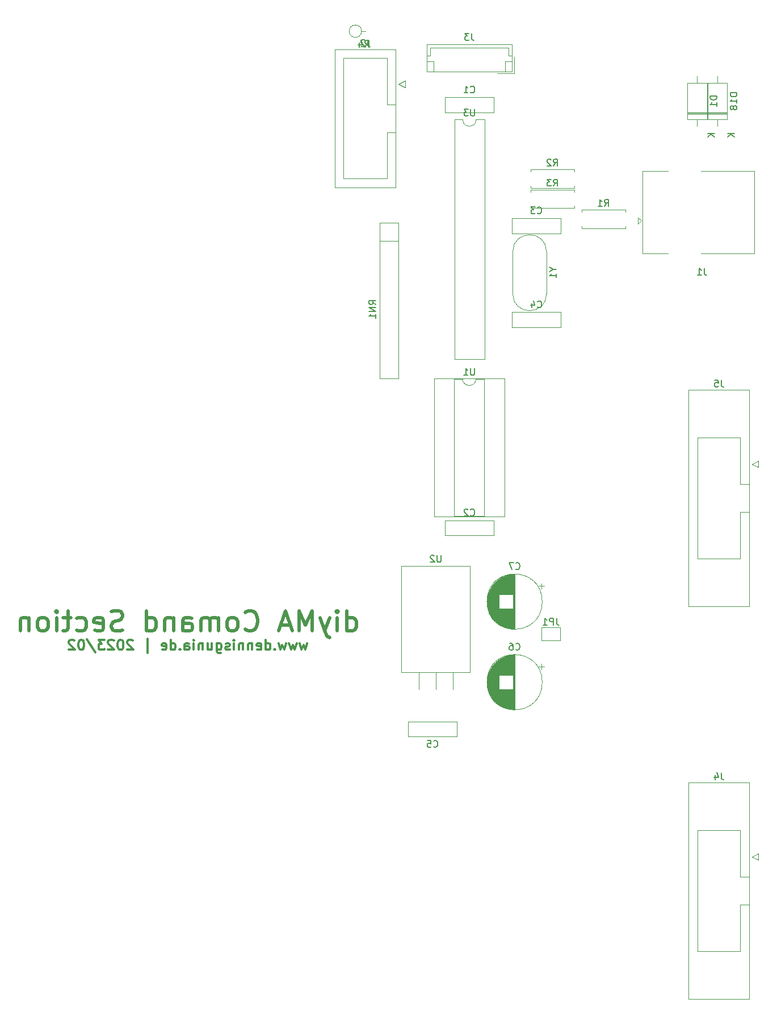
<source format=gbr>
%TF.GenerationSoftware,KiCad,Pcbnew,7.0.5*%
%TF.CreationDate,2023-09-10T17:56:05+02:00*%
%TF.ProjectId,CMD_Board,434d445f-426f-4617-9264-2e6b69636164,rev?*%
%TF.SameCoordinates,Original*%
%TF.FileFunction,Legend,Bot*%
%TF.FilePolarity,Positive*%
%FSLAX46Y46*%
G04 Gerber Fmt 4.6, Leading zero omitted, Abs format (unit mm)*
G04 Created by KiCad (PCBNEW 7.0.5) date 2023-09-10 17:56:05*
%MOMM*%
%LPD*%
G01*
G04 APERTURE LIST*
%ADD10C,0.500000*%
%ADD11C,0.300000*%
%ADD12C,0.150000*%
%ADD13C,0.120000*%
G04 APERTURE END LIST*
D10*
X258714286Y-129361857D02*
X258714286Y-126361857D01*
X258714286Y-129219000D02*
X259000000Y-129361857D01*
X259000000Y-129361857D02*
X259571428Y-129361857D01*
X259571428Y-129361857D02*
X259857143Y-129219000D01*
X259857143Y-129219000D02*
X260000000Y-129076142D01*
X260000000Y-129076142D02*
X260142857Y-128790428D01*
X260142857Y-128790428D02*
X260142857Y-127933285D01*
X260142857Y-127933285D02*
X260000000Y-127647571D01*
X260000000Y-127647571D02*
X259857143Y-127504714D01*
X259857143Y-127504714D02*
X259571428Y-127361857D01*
X259571428Y-127361857D02*
X259000000Y-127361857D01*
X259000000Y-127361857D02*
X258714286Y-127504714D01*
X257285714Y-129361857D02*
X257285714Y-127361857D01*
X257285714Y-126361857D02*
X257428571Y-126504714D01*
X257428571Y-126504714D02*
X257285714Y-126647571D01*
X257285714Y-126647571D02*
X257142857Y-126504714D01*
X257142857Y-126504714D02*
X257285714Y-126361857D01*
X257285714Y-126361857D02*
X257285714Y-126647571D01*
X256142857Y-127361857D02*
X255428571Y-129361857D01*
X254714286Y-127361857D02*
X255428571Y-129361857D01*
X255428571Y-129361857D02*
X255714286Y-130076142D01*
X255714286Y-130076142D02*
X255857143Y-130219000D01*
X255857143Y-130219000D02*
X256142857Y-130361857D01*
X253571429Y-129361857D02*
X253571429Y-126361857D01*
X253571429Y-126361857D02*
X252571429Y-128504714D01*
X252571429Y-128504714D02*
X251571429Y-126361857D01*
X251571429Y-126361857D02*
X251571429Y-129361857D01*
X250285715Y-128504714D02*
X248857144Y-128504714D01*
X250571429Y-129361857D02*
X249571429Y-126361857D01*
X249571429Y-126361857D02*
X248571429Y-129361857D01*
X243571429Y-129076142D02*
X243714286Y-129219000D01*
X243714286Y-129219000D02*
X244142858Y-129361857D01*
X244142858Y-129361857D02*
X244428572Y-129361857D01*
X244428572Y-129361857D02*
X244857143Y-129219000D01*
X244857143Y-129219000D02*
X245142858Y-128933285D01*
X245142858Y-128933285D02*
X245285715Y-128647571D01*
X245285715Y-128647571D02*
X245428572Y-128076142D01*
X245428572Y-128076142D02*
X245428572Y-127647571D01*
X245428572Y-127647571D02*
X245285715Y-127076142D01*
X245285715Y-127076142D02*
X245142858Y-126790428D01*
X245142858Y-126790428D02*
X244857143Y-126504714D01*
X244857143Y-126504714D02*
X244428572Y-126361857D01*
X244428572Y-126361857D02*
X244142858Y-126361857D01*
X244142858Y-126361857D02*
X243714286Y-126504714D01*
X243714286Y-126504714D02*
X243571429Y-126647571D01*
X241857143Y-129361857D02*
X242142858Y-129219000D01*
X242142858Y-129219000D02*
X242285715Y-129076142D01*
X242285715Y-129076142D02*
X242428572Y-128790428D01*
X242428572Y-128790428D02*
X242428572Y-127933285D01*
X242428572Y-127933285D02*
X242285715Y-127647571D01*
X242285715Y-127647571D02*
X242142858Y-127504714D01*
X242142858Y-127504714D02*
X241857143Y-127361857D01*
X241857143Y-127361857D02*
X241428572Y-127361857D01*
X241428572Y-127361857D02*
X241142858Y-127504714D01*
X241142858Y-127504714D02*
X241000001Y-127647571D01*
X241000001Y-127647571D02*
X240857143Y-127933285D01*
X240857143Y-127933285D02*
X240857143Y-128790428D01*
X240857143Y-128790428D02*
X241000001Y-129076142D01*
X241000001Y-129076142D02*
X241142858Y-129219000D01*
X241142858Y-129219000D02*
X241428572Y-129361857D01*
X241428572Y-129361857D02*
X241857143Y-129361857D01*
X239571429Y-129361857D02*
X239571429Y-127361857D01*
X239571429Y-127647571D02*
X239428572Y-127504714D01*
X239428572Y-127504714D02*
X239142857Y-127361857D01*
X239142857Y-127361857D02*
X238714286Y-127361857D01*
X238714286Y-127361857D02*
X238428572Y-127504714D01*
X238428572Y-127504714D02*
X238285715Y-127790428D01*
X238285715Y-127790428D02*
X238285715Y-129361857D01*
X238285715Y-127790428D02*
X238142857Y-127504714D01*
X238142857Y-127504714D02*
X237857143Y-127361857D01*
X237857143Y-127361857D02*
X237428572Y-127361857D01*
X237428572Y-127361857D02*
X237142857Y-127504714D01*
X237142857Y-127504714D02*
X237000000Y-127790428D01*
X237000000Y-127790428D02*
X237000000Y-129361857D01*
X234285715Y-129361857D02*
X234285715Y-127790428D01*
X234285715Y-127790428D02*
X234428572Y-127504714D01*
X234428572Y-127504714D02*
X234714286Y-127361857D01*
X234714286Y-127361857D02*
X235285715Y-127361857D01*
X235285715Y-127361857D02*
X235571429Y-127504714D01*
X234285715Y-129219000D02*
X234571429Y-129361857D01*
X234571429Y-129361857D02*
X235285715Y-129361857D01*
X235285715Y-129361857D02*
X235571429Y-129219000D01*
X235571429Y-129219000D02*
X235714286Y-128933285D01*
X235714286Y-128933285D02*
X235714286Y-128647571D01*
X235714286Y-128647571D02*
X235571429Y-128361857D01*
X235571429Y-128361857D02*
X235285715Y-128219000D01*
X235285715Y-128219000D02*
X234571429Y-128219000D01*
X234571429Y-128219000D02*
X234285715Y-128076142D01*
X232857143Y-127361857D02*
X232857143Y-129361857D01*
X232857143Y-127647571D02*
X232714286Y-127504714D01*
X232714286Y-127504714D02*
X232428571Y-127361857D01*
X232428571Y-127361857D02*
X232000000Y-127361857D01*
X232000000Y-127361857D02*
X231714286Y-127504714D01*
X231714286Y-127504714D02*
X231571429Y-127790428D01*
X231571429Y-127790428D02*
X231571429Y-129361857D01*
X228857143Y-129361857D02*
X228857143Y-126361857D01*
X228857143Y-129219000D02*
X229142857Y-129361857D01*
X229142857Y-129361857D02*
X229714285Y-129361857D01*
X229714285Y-129361857D02*
X230000000Y-129219000D01*
X230000000Y-129219000D02*
X230142857Y-129076142D01*
X230142857Y-129076142D02*
X230285714Y-128790428D01*
X230285714Y-128790428D02*
X230285714Y-127933285D01*
X230285714Y-127933285D02*
X230142857Y-127647571D01*
X230142857Y-127647571D02*
X230000000Y-127504714D01*
X230000000Y-127504714D02*
X229714285Y-127361857D01*
X229714285Y-127361857D02*
X229142857Y-127361857D01*
X229142857Y-127361857D02*
X228857143Y-127504714D01*
X225285714Y-129219000D02*
X224857143Y-129361857D01*
X224857143Y-129361857D02*
X224142857Y-129361857D01*
X224142857Y-129361857D02*
X223857143Y-129219000D01*
X223857143Y-129219000D02*
X223714285Y-129076142D01*
X223714285Y-129076142D02*
X223571428Y-128790428D01*
X223571428Y-128790428D02*
X223571428Y-128504714D01*
X223571428Y-128504714D02*
X223714285Y-128219000D01*
X223714285Y-128219000D02*
X223857143Y-128076142D01*
X223857143Y-128076142D02*
X224142857Y-127933285D01*
X224142857Y-127933285D02*
X224714285Y-127790428D01*
X224714285Y-127790428D02*
X225000000Y-127647571D01*
X225000000Y-127647571D02*
X225142857Y-127504714D01*
X225142857Y-127504714D02*
X225285714Y-127219000D01*
X225285714Y-127219000D02*
X225285714Y-126933285D01*
X225285714Y-126933285D02*
X225142857Y-126647571D01*
X225142857Y-126647571D02*
X225000000Y-126504714D01*
X225000000Y-126504714D02*
X224714285Y-126361857D01*
X224714285Y-126361857D02*
X224000000Y-126361857D01*
X224000000Y-126361857D02*
X223571428Y-126504714D01*
X221142857Y-129219000D02*
X221428571Y-129361857D01*
X221428571Y-129361857D02*
X222000000Y-129361857D01*
X222000000Y-129361857D02*
X222285714Y-129219000D01*
X222285714Y-129219000D02*
X222428571Y-128933285D01*
X222428571Y-128933285D02*
X222428571Y-127790428D01*
X222428571Y-127790428D02*
X222285714Y-127504714D01*
X222285714Y-127504714D02*
X222000000Y-127361857D01*
X222000000Y-127361857D02*
X221428571Y-127361857D01*
X221428571Y-127361857D02*
X221142857Y-127504714D01*
X221142857Y-127504714D02*
X221000000Y-127790428D01*
X221000000Y-127790428D02*
X221000000Y-128076142D01*
X221000000Y-128076142D02*
X222428571Y-128361857D01*
X218428571Y-129219000D02*
X218714285Y-129361857D01*
X218714285Y-129361857D02*
X219285713Y-129361857D01*
X219285713Y-129361857D02*
X219571428Y-129219000D01*
X219571428Y-129219000D02*
X219714285Y-129076142D01*
X219714285Y-129076142D02*
X219857142Y-128790428D01*
X219857142Y-128790428D02*
X219857142Y-127933285D01*
X219857142Y-127933285D02*
X219714285Y-127647571D01*
X219714285Y-127647571D02*
X219571428Y-127504714D01*
X219571428Y-127504714D02*
X219285713Y-127361857D01*
X219285713Y-127361857D02*
X218714285Y-127361857D01*
X218714285Y-127361857D02*
X218428571Y-127504714D01*
X217571427Y-127361857D02*
X216428570Y-127361857D01*
X217142856Y-126361857D02*
X217142856Y-128933285D01*
X217142856Y-128933285D02*
X216999999Y-129219000D01*
X216999999Y-129219000D02*
X216714284Y-129361857D01*
X216714284Y-129361857D02*
X216428570Y-129361857D01*
X215428570Y-129361857D02*
X215428570Y-127361857D01*
X215428570Y-126361857D02*
X215571427Y-126504714D01*
X215571427Y-126504714D02*
X215428570Y-126647571D01*
X215428570Y-126647571D02*
X215285713Y-126504714D01*
X215285713Y-126504714D02*
X215428570Y-126361857D01*
X215428570Y-126361857D02*
X215428570Y-126647571D01*
X213571427Y-129361857D02*
X213857142Y-129219000D01*
X213857142Y-129219000D02*
X213999999Y-129076142D01*
X213999999Y-129076142D02*
X214142856Y-128790428D01*
X214142856Y-128790428D02*
X214142856Y-127933285D01*
X214142856Y-127933285D02*
X213999999Y-127647571D01*
X213999999Y-127647571D02*
X213857142Y-127504714D01*
X213857142Y-127504714D02*
X213571427Y-127361857D01*
X213571427Y-127361857D02*
X213142856Y-127361857D01*
X213142856Y-127361857D02*
X212857142Y-127504714D01*
X212857142Y-127504714D02*
X212714285Y-127647571D01*
X212714285Y-127647571D02*
X212571427Y-127933285D01*
X212571427Y-127933285D02*
X212571427Y-128790428D01*
X212571427Y-128790428D02*
X212714285Y-129076142D01*
X212714285Y-129076142D02*
X212857142Y-129219000D01*
X212857142Y-129219000D02*
X213142856Y-129361857D01*
X213142856Y-129361857D02*
X213571427Y-129361857D01*
X211285713Y-127361857D02*
X211285713Y-129361857D01*
X211285713Y-127647571D02*
X211142856Y-127504714D01*
X211142856Y-127504714D02*
X210857141Y-127361857D01*
X210857141Y-127361857D02*
X210428570Y-127361857D01*
X210428570Y-127361857D02*
X210142856Y-127504714D01*
X210142856Y-127504714D02*
X209999999Y-127790428D01*
X209999999Y-127790428D02*
X209999999Y-129361857D01*
D11*
X252821428Y-131178328D02*
X252535714Y-132178328D01*
X252535714Y-132178328D02*
X252249999Y-131464042D01*
X252249999Y-131464042D02*
X251964285Y-132178328D01*
X251964285Y-132178328D02*
X251678571Y-131178328D01*
X251249999Y-131178328D02*
X250964285Y-132178328D01*
X250964285Y-132178328D02*
X250678570Y-131464042D01*
X250678570Y-131464042D02*
X250392856Y-132178328D01*
X250392856Y-132178328D02*
X250107142Y-131178328D01*
X249678570Y-131178328D02*
X249392856Y-132178328D01*
X249392856Y-132178328D02*
X249107141Y-131464042D01*
X249107141Y-131464042D02*
X248821427Y-132178328D01*
X248821427Y-132178328D02*
X248535713Y-131178328D01*
X247964284Y-132035471D02*
X247892855Y-132106900D01*
X247892855Y-132106900D02*
X247964284Y-132178328D01*
X247964284Y-132178328D02*
X248035712Y-132106900D01*
X248035712Y-132106900D02*
X247964284Y-132035471D01*
X247964284Y-132035471D02*
X247964284Y-132178328D01*
X246607141Y-132178328D02*
X246607141Y-130678328D01*
X246607141Y-132106900D02*
X246749998Y-132178328D01*
X246749998Y-132178328D02*
X247035712Y-132178328D01*
X247035712Y-132178328D02*
X247178569Y-132106900D01*
X247178569Y-132106900D02*
X247249998Y-132035471D01*
X247249998Y-132035471D02*
X247321426Y-131892614D01*
X247321426Y-131892614D02*
X247321426Y-131464042D01*
X247321426Y-131464042D02*
X247249998Y-131321185D01*
X247249998Y-131321185D02*
X247178569Y-131249757D01*
X247178569Y-131249757D02*
X247035712Y-131178328D01*
X247035712Y-131178328D02*
X246749998Y-131178328D01*
X246749998Y-131178328D02*
X246607141Y-131249757D01*
X245321426Y-132106900D02*
X245464283Y-132178328D01*
X245464283Y-132178328D02*
X245749998Y-132178328D01*
X245749998Y-132178328D02*
X245892855Y-132106900D01*
X245892855Y-132106900D02*
X245964283Y-131964042D01*
X245964283Y-131964042D02*
X245964283Y-131392614D01*
X245964283Y-131392614D02*
X245892855Y-131249757D01*
X245892855Y-131249757D02*
X245749998Y-131178328D01*
X245749998Y-131178328D02*
X245464283Y-131178328D01*
X245464283Y-131178328D02*
X245321426Y-131249757D01*
X245321426Y-131249757D02*
X245249998Y-131392614D01*
X245249998Y-131392614D02*
X245249998Y-131535471D01*
X245249998Y-131535471D02*
X245964283Y-131678328D01*
X244607141Y-131178328D02*
X244607141Y-132178328D01*
X244607141Y-131321185D02*
X244535712Y-131249757D01*
X244535712Y-131249757D02*
X244392855Y-131178328D01*
X244392855Y-131178328D02*
X244178569Y-131178328D01*
X244178569Y-131178328D02*
X244035712Y-131249757D01*
X244035712Y-131249757D02*
X243964284Y-131392614D01*
X243964284Y-131392614D02*
X243964284Y-132178328D01*
X243249998Y-131178328D02*
X243249998Y-132178328D01*
X243249998Y-131321185D02*
X243178569Y-131249757D01*
X243178569Y-131249757D02*
X243035712Y-131178328D01*
X243035712Y-131178328D02*
X242821426Y-131178328D01*
X242821426Y-131178328D02*
X242678569Y-131249757D01*
X242678569Y-131249757D02*
X242607141Y-131392614D01*
X242607141Y-131392614D02*
X242607141Y-132178328D01*
X241892855Y-132178328D02*
X241892855Y-131178328D01*
X241892855Y-130678328D02*
X241964283Y-130749757D01*
X241964283Y-130749757D02*
X241892855Y-130821185D01*
X241892855Y-130821185D02*
X241821426Y-130749757D01*
X241821426Y-130749757D02*
X241892855Y-130678328D01*
X241892855Y-130678328D02*
X241892855Y-130821185D01*
X241249997Y-132106900D02*
X241107140Y-132178328D01*
X241107140Y-132178328D02*
X240821426Y-132178328D01*
X240821426Y-132178328D02*
X240678569Y-132106900D01*
X240678569Y-132106900D02*
X240607140Y-131964042D01*
X240607140Y-131964042D02*
X240607140Y-131892614D01*
X240607140Y-131892614D02*
X240678569Y-131749757D01*
X240678569Y-131749757D02*
X240821426Y-131678328D01*
X240821426Y-131678328D02*
X241035712Y-131678328D01*
X241035712Y-131678328D02*
X241178569Y-131606900D01*
X241178569Y-131606900D02*
X241249997Y-131464042D01*
X241249997Y-131464042D02*
X241249997Y-131392614D01*
X241249997Y-131392614D02*
X241178569Y-131249757D01*
X241178569Y-131249757D02*
X241035712Y-131178328D01*
X241035712Y-131178328D02*
X240821426Y-131178328D01*
X240821426Y-131178328D02*
X240678569Y-131249757D01*
X239321426Y-131178328D02*
X239321426Y-132392614D01*
X239321426Y-132392614D02*
X239392854Y-132535471D01*
X239392854Y-132535471D02*
X239464283Y-132606900D01*
X239464283Y-132606900D02*
X239607140Y-132678328D01*
X239607140Y-132678328D02*
X239821426Y-132678328D01*
X239821426Y-132678328D02*
X239964283Y-132606900D01*
X239321426Y-132106900D02*
X239464283Y-132178328D01*
X239464283Y-132178328D02*
X239749997Y-132178328D01*
X239749997Y-132178328D02*
X239892854Y-132106900D01*
X239892854Y-132106900D02*
X239964283Y-132035471D01*
X239964283Y-132035471D02*
X240035711Y-131892614D01*
X240035711Y-131892614D02*
X240035711Y-131464042D01*
X240035711Y-131464042D02*
X239964283Y-131321185D01*
X239964283Y-131321185D02*
X239892854Y-131249757D01*
X239892854Y-131249757D02*
X239749997Y-131178328D01*
X239749997Y-131178328D02*
X239464283Y-131178328D01*
X239464283Y-131178328D02*
X239321426Y-131249757D01*
X237964283Y-131178328D02*
X237964283Y-132178328D01*
X238607140Y-131178328D02*
X238607140Y-131964042D01*
X238607140Y-131964042D02*
X238535711Y-132106900D01*
X238535711Y-132106900D02*
X238392854Y-132178328D01*
X238392854Y-132178328D02*
X238178568Y-132178328D01*
X238178568Y-132178328D02*
X238035711Y-132106900D01*
X238035711Y-132106900D02*
X237964283Y-132035471D01*
X237249997Y-131178328D02*
X237249997Y-132178328D01*
X237249997Y-131321185D02*
X237178568Y-131249757D01*
X237178568Y-131249757D02*
X237035711Y-131178328D01*
X237035711Y-131178328D02*
X236821425Y-131178328D01*
X236821425Y-131178328D02*
X236678568Y-131249757D01*
X236678568Y-131249757D02*
X236607140Y-131392614D01*
X236607140Y-131392614D02*
X236607140Y-132178328D01*
X235892854Y-132178328D02*
X235892854Y-131178328D01*
X235892854Y-130678328D02*
X235964282Y-130749757D01*
X235964282Y-130749757D02*
X235892854Y-130821185D01*
X235892854Y-130821185D02*
X235821425Y-130749757D01*
X235821425Y-130749757D02*
X235892854Y-130678328D01*
X235892854Y-130678328D02*
X235892854Y-130821185D01*
X234535711Y-132178328D02*
X234535711Y-131392614D01*
X234535711Y-131392614D02*
X234607139Y-131249757D01*
X234607139Y-131249757D02*
X234749996Y-131178328D01*
X234749996Y-131178328D02*
X235035711Y-131178328D01*
X235035711Y-131178328D02*
X235178568Y-131249757D01*
X234535711Y-132106900D02*
X234678568Y-132178328D01*
X234678568Y-132178328D02*
X235035711Y-132178328D01*
X235035711Y-132178328D02*
X235178568Y-132106900D01*
X235178568Y-132106900D02*
X235249996Y-131964042D01*
X235249996Y-131964042D02*
X235249996Y-131821185D01*
X235249996Y-131821185D02*
X235178568Y-131678328D01*
X235178568Y-131678328D02*
X235035711Y-131606900D01*
X235035711Y-131606900D02*
X234678568Y-131606900D01*
X234678568Y-131606900D02*
X234535711Y-131535471D01*
X233821425Y-132035471D02*
X233749996Y-132106900D01*
X233749996Y-132106900D02*
X233821425Y-132178328D01*
X233821425Y-132178328D02*
X233892853Y-132106900D01*
X233892853Y-132106900D02*
X233821425Y-132035471D01*
X233821425Y-132035471D02*
X233821425Y-132178328D01*
X232464282Y-132178328D02*
X232464282Y-130678328D01*
X232464282Y-132106900D02*
X232607139Y-132178328D01*
X232607139Y-132178328D02*
X232892853Y-132178328D01*
X232892853Y-132178328D02*
X233035710Y-132106900D01*
X233035710Y-132106900D02*
X233107139Y-132035471D01*
X233107139Y-132035471D02*
X233178567Y-131892614D01*
X233178567Y-131892614D02*
X233178567Y-131464042D01*
X233178567Y-131464042D02*
X233107139Y-131321185D01*
X233107139Y-131321185D02*
X233035710Y-131249757D01*
X233035710Y-131249757D02*
X232892853Y-131178328D01*
X232892853Y-131178328D02*
X232607139Y-131178328D01*
X232607139Y-131178328D02*
X232464282Y-131249757D01*
X231178567Y-132106900D02*
X231321424Y-132178328D01*
X231321424Y-132178328D02*
X231607139Y-132178328D01*
X231607139Y-132178328D02*
X231749996Y-132106900D01*
X231749996Y-132106900D02*
X231821424Y-131964042D01*
X231821424Y-131964042D02*
X231821424Y-131392614D01*
X231821424Y-131392614D02*
X231749996Y-131249757D01*
X231749996Y-131249757D02*
X231607139Y-131178328D01*
X231607139Y-131178328D02*
X231321424Y-131178328D01*
X231321424Y-131178328D02*
X231178567Y-131249757D01*
X231178567Y-131249757D02*
X231107139Y-131392614D01*
X231107139Y-131392614D02*
X231107139Y-131535471D01*
X231107139Y-131535471D02*
X231821424Y-131678328D01*
X228964282Y-132678328D02*
X228964282Y-130535471D01*
X226821425Y-130821185D02*
X226749997Y-130749757D01*
X226749997Y-130749757D02*
X226607140Y-130678328D01*
X226607140Y-130678328D02*
X226249997Y-130678328D01*
X226249997Y-130678328D02*
X226107140Y-130749757D01*
X226107140Y-130749757D02*
X226035711Y-130821185D01*
X226035711Y-130821185D02*
X225964282Y-130964042D01*
X225964282Y-130964042D02*
X225964282Y-131106900D01*
X225964282Y-131106900D02*
X226035711Y-131321185D01*
X226035711Y-131321185D02*
X226892854Y-132178328D01*
X226892854Y-132178328D02*
X225964282Y-132178328D01*
X225035711Y-130678328D02*
X224892854Y-130678328D01*
X224892854Y-130678328D02*
X224749997Y-130749757D01*
X224749997Y-130749757D02*
X224678569Y-130821185D01*
X224678569Y-130821185D02*
X224607140Y-130964042D01*
X224607140Y-130964042D02*
X224535711Y-131249757D01*
X224535711Y-131249757D02*
X224535711Y-131606900D01*
X224535711Y-131606900D02*
X224607140Y-131892614D01*
X224607140Y-131892614D02*
X224678569Y-132035471D01*
X224678569Y-132035471D02*
X224749997Y-132106900D01*
X224749997Y-132106900D02*
X224892854Y-132178328D01*
X224892854Y-132178328D02*
X225035711Y-132178328D01*
X225035711Y-132178328D02*
X225178569Y-132106900D01*
X225178569Y-132106900D02*
X225249997Y-132035471D01*
X225249997Y-132035471D02*
X225321426Y-131892614D01*
X225321426Y-131892614D02*
X225392854Y-131606900D01*
X225392854Y-131606900D02*
X225392854Y-131249757D01*
X225392854Y-131249757D02*
X225321426Y-130964042D01*
X225321426Y-130964042D02*
X225249997Y-130821185D01*
X225249997Y-130821185D02*
X225178569Y-130749757D01*
X225178569Y-130749757D02*
X225035711Y-130678328D01*
X223964283Y-130821185D02*
X223892855Y-130749757D01*
X223892855Y-130749757D02*
X223749998Y-130678328D01*
X223749998Y-130678328D02*
X223392855Y-130678328D01*
X223392855Y-130678328D02*
X223249998Y-130749757D01*
X223249998Y-130749757D02*
X223178569Y-130821185D01*
X223178569Y-130821185D02*
X223107140Y-130964042D01*
X223107140Y-130964042D02*
X223107140Y-131106900D01*
X223107140Y-131106900D02*
X223178569Y-131321185D01*
X223178569Y-131321185D02*
X224035712Y-132178328D01*
X224035712Y-132178328D02*
X223107140Y-132178328D01*
X222607141Y-130678328D02*
X221678569Y-130678328D01*
X221678569Y-130678328D02*
X222178569Y-131249757D01*
X222178569Y-131249757D02*
X221964284Y-131249757D01*
X221964284Y-131249757D02*
X221821427Y-131321185D01*
X221821427Y-131321185D02*
X221749998Y-131392614D01*
X221749998Y-131392614D02*
X221678569Y-131535471D01*
X221678569Y-131535471D02*
X221678569Y-131892614D01*
X221678569Y-131892614D02*
X221749998Y-132035471D01*
X221749998Y-132035471D02*
X221821427Y-132106900D01*
X221821427Y-132106900D02*
X221964284Y-132178328D01*
X221964284Y-132178328D02*
X222392855Y-132178328D01*
X222392855Y-132178328D02*
X222535712Y-132106900D01*
X222535712Y-132106900D02*
X222607141Y-132035471D01*
X219964284Y-130606900D02*
X221249998Y-132535471D01*
X219178569Y-130678328D02*
X219035712Y-130678328D01*
X219035712Y-130678328D02*
X218892855Y-130749757D01*
X218892855Y-130749757D02*
X218821427Y-130821185D01*
X218821427Y-130821185D02*
X218749998Y-130964042D01*
X218749998Y-130964042D02*
X218678569Y-131249757D01*
X218678569Y-131249757D02*
X218678569Y-131606900D01*
X218678569Y-131606900D02*
X218749998Y-131892614D01*
X218749998Y-131892614D02*
X218821427Y-132035471D01*
X218821427Y-132035471D02*
X218892855Y-132106900D01*
X218892855Y-132106900D02*
X219035712Y-132178328D01*
X219035712Y-132178328D02*
X219178569Y-132178328D01*
X219178569Y-132178328D02*
X219321427Y-132106900D01*
X219321427Y-132106900D02*
X219392855Y-132035471D01*
X219392855Y-132035471D02*
X219464284Y-131892614D01*
X219464284Y-131892614D02*
X219535712Y-131606900D01*
X219535712Y-131606900D02*
X219535712Y-131249757D01*
X219535712Y-131249757D02*
X219464284Y-130964042D01*
X219464284Y-130964042D02*
X219392855Y-130821185D01*
X219392855Y-130821185D02*
X219321427Y-130749757D01*
X219321427Y-130749757D02*
X219178569Y-130678328D01*
X218107141Y-130821185D02*
X218035713Y-130749757D01*
X218035713Y-130749757D02*
X217892856Y-130678328D01*
X217892856Y-130678328D02*
X217535713Y-130678328D01*
X217535713Y-130678328D02*
X217392856Y-130749757D01*
X217392856Y-130749757D02*
X217321427Y-130821185D01*
X217321427Y-130821185D02*
X217249998Y-130964042D01*
X217249998Y-130964042D02*
X217249998Y-131106900D01*
X217249998Y-131106900D02*
X217321427Y-131321185D01*
X217321427Y-131321185D02*
X218178570Y-132178328D01*
X218178570Y-132178328D02*
X217249998Y-132178328D01*
D12*
%TO.C,JP1*%
X290023333Y-127462819D02*
X290023333Y-128177104D01*
X290023333Y-128177104D02*
X290070952Y-128319961D01*
X290070952Y-128319961D02*
X290166190Y-128415200D01*
X290166190Y-128415200D02*
X290309047Y-128462819D01*
X290309047Y-128462819D02*
X290404285Y-128462819D01*
X289547142Y-128462819D02*
X289547142Y-127462819D01*
X289547142Y-127462819D02*
X289166190Y-127462819D01*
X289166190Y-127462819D02*
X289070952Y-127510438D01*
X289070952Y-127510438D02*
X289023333Y-127558057D01*
X289023333Y-127558057D02*
X288975714Y-127653295D01*
X288975714Y-127653295D02*
X288975714Y-127796152D01*
X288975714Y-127796152D02*
X289023333Y-127891390D01*
X289023333Y-127891390D02*
X289070952Y-127939009D01*
X289070952Y-127939009D02*
X289166190Y-127986628D01*
X289166190Y-127986628D02*
X289547142Y-127986628D01*
X288023333Y-128462819D02*
X288594761Y-128462819D01*
X288309047Y-128462819D02*
X288309047Y-127462819D01*
X288309047Y-127462819D02*
X288404285Y-127605676D01*
X288404285Y-127605676D02*
X288499523Y-127700914D01*
X288499523Y-127700914D02*
X288594761Y-127748533D01*
%TO.C,J4*%
X314563333Y-150484819D02*
X314563333Y-151199104D01*
X314563333Y-151199104D02*
X314610952Y-151341961D01*
X314610952Y-151341961D02*
X314706190Y-151437200D01*
X314706190Y-151437200D02*
X314849047Y-151484819D01*
X314849047Y-151484819D02*
X314944285Y-151484819D01*
X313658571Y-150818152D02*
X313658571Y-151484819D01*
X313896666Y-150437200D02*
X314134761Y-151151485D01*
X314134761Y-151151485D02*
X313515714Y-151151485D01*
%TO.C,J5*%
X314563333Y-91984819D02*
X314563333Y-92699104D01*
X314563333Y-92699104D02*
X314610952Y-92841961D01*
X314610952Y-92841961D02*
X314706190Y-92937200D01*
X314706190Y-92937200D02*
X314849047Y-92984819D01*
X314849047Y-92984819D02*
X314944285Y-92984819D01*
X313610952Y-91984819D02*
X314087142Y-91984819D01*
X314087142Y-91984819D02*
X314134761Y-92461009D01*
X314134761Y-92461009D02*
X314087142Y-92413390D01*
X314087142Y-92413390D02*
X313991904Y-92365771D01*
X313991904Y-92365771D02*
X313753809Y-92365771D01*
X313753809Y-92365771D02*
X313658571Y-92413390D01*
X313658571Y-92413390D02*
X313610952Y-92461009D01*
X313610952Y-92461009D02*
X313563333Y-92556247D01*
X313563333Y-92556247D02*
X313563333Y-92794342D01*
X313563333Y-92794342D02*
X313610952Y-92889580D01*
X313610952Y-92889580D02*
X313658571Y-92937200D01*
X313658571Y-92937200D02*
X313753809Y-92984819D01*
X313753809Y-92984819D02*
X313991904Y-92984819D01*
X313991904Y-92984819D02*
X314087142Y-92937200D01*
X314087142Y-92937200D02*
X314134761Y-92889580D01*
%TO.C,D18*%
X316924819Y-49205714D02*
X315924819Y-49205714D01*
X315924819Y-49205714D02*
X315924819Y-49443809D01*
X315924819Y-49443809D02*
X315972438Y-49586666D01*
X315972438Y-49586666D02*
X316067676Y-49681904D01*
X316067676Y-49681904D02*
X316162914Y-49729523D01*
X316162914Y-49729523D02*
X316353390Y-49777142D01*
X316353390Y-49777142D02*
X316496247Y-49777142D01*
X316496247Y-49777142D02*
X316686723Y-49729523D01*
X316686723Y-49729523D02*
X316781961Y-49681904D01*
X316781961Y-49681904D02*
X316877200Y-49586666D01*
X316877200Y-49586666D02*
X316924819Y-49443809D01*
X316924819Y-49443809D02*
X316924819Y-49205714D01*
X316924819Y-50729523D02*
X316924819Y-50158095D01*
X316924819Y-50443809D02*
X315924819Y-50443809D01*
X315924819Y-50443809D02*
X316067676Y-50348571D01*
X316067676Y-50348571D02*
X316162914Y-50253333D01*
X316162914Y-50253333D02*
X316210533Y-50158095D01*
X316353390Y-51300952D02*
X316305771Y-51205714D01*
X316305771Y-51205714D02*
X316258152Y-51158095D01*
X316258152Y-51158095D02*
X316162914Y-51110476D01*
X316162914Y-51110476D02*
X316115295Y-51110476D01*
X316115295Y-51110476D02*
X316020057Y-51158095D01*
X316020057Y-51158095D02*
X315972438Y-51205714D01*
X315972438Y-51205714D02*
X315924819Y-51300952D01*
X315924819Y-51300952D02*
X315924819Y-51491428D01*
X315924819Y-51491428D02*
X315972438Y-51586666D01*
X315972438Y-51586666D02*
X316020057Y-51634285D01*
X316020057Y-51634285D02*
X316115295Y-51681904D01*
X316115295Y-51681904D02*
X316162914Y-51681904D01*
X316162914Y-51681904D02*
X316258152Y-51634285D01*
X316258152Y-51634285D02*
X316305771Y-51586666D01*
X316305771Y-51586666D02*
X316353390Y-51491428D01*
X316353390Y-51491428D02*
X316353390Y-51300952D01*
X316353390Y-51300952D02*
X316401009Y-51205714D01*
X316401009Y-51205714D02*
X316448628Y-51158095D01*
X316448628Y-51158095D02*
X316543866Y-51110476D01*
X316543866Y-51110476D02*
X316734342Y-51110476D01*
X316734342Y-51110476D02*
X316829580Y-51158095D01*
X316829580Y-51158095D02*
X316877200Y-51205714D01*
X316877200Y-51205714D02*
X316924819Y-51300952D01*
X316924819Y-51300952D02*
X316924819Y-51491428D01*
X316924819Y-51491428D02*
X316877200Y-51586666D01*
X316877200Y-51586666D02*
X316829580Y-51634285D01*
X316829580Y-51634285D02*
X316734342Y-51681904D01*
X316734342Y-51681904D02*
X316543866Y-51681904D01*
X316543866Y-51681904D02*
X316448628Y-51634285D01*
X316448628Y-51634285D02*
X316401009Y-51586666D01*
X316401009Y-51586666D02*
X316353390Y-51491428D01*
X316554819Y-55238095D02*
X315554819Y-55238095D01*
X316554819Y-55809523D02*
X315983390Y-55380952D01*
X315554819Y-55809523D02*
X316126247Y-55238095D01*
%TO.C,J1*%
X312045833Y-75354819D02*
X312045833Y-76069104D01*
X312045833Y-76069104D02*
X312093452Y-76211961D01*
X312093452Y-76211961D02*
X312188690Y-76307200D01*
X312188690Y-76307200D02*
X312331547Y-76354819D01*
X312331547Y-76354819D02*
X312426785Y-76354819D01*
X311045833Y-76354819D02*
X311617261Y-76354819D01*
X311331547Y-76354819D02*
X311331547Y-75354819D01*
X311331547Y-75354819D02*
X311426785Y-75497676D01*
X311426785Y-75497676D02*
X311522023Y-75592914D01*
X311522023Y-75592914D02*
X311617261Y-75640533D01*
%TO.C,R4*%
X261436666Y-42374819D02*
X261769999Y-41898628D01*
X262008094Y-42374819D02*
X262008094Y-41374819D01*
X262008094Y-41374819D02*
X261627142Y-41374819D01*
X261627142Y-41374819D02*
X261531904Y-41422438D01*
X261531904Y-41422438D02*
X261484285Y-41470057D01*
X261484285Y-41470057D02*
X261436666Y-41565295D01*
X261436666Y-41565295D02*
X261436666Y-41708152D01*
X261436666Y-41708152D02*
X261484285Y-41803390D01*
X261484285Y-41803390D02*
X261531904Y-41851009D01*
X261531904Y-41851009D02*
X261627142Y-41898628D01*
X261627142Y-41898628D02*
X262008094Y-41898628D01*
X260579523Y-41708152D02*
X260579523Y-42374819D01*
X260817618Y-41327200D02*
X261055713Y-42041485D01*
X261055713Y-42041485D02*
X260436666Y-42041485D01*
%TO.C,C1*%
X277166666Y-49109580D02*
X277214285Y-49157200D01*
X277214285Y-49157200D02*
X277357142Y-49204819D01*
X277357142Y-49204819D02*
X277452380Y-49204819D01*
X277452380Y-49204819D02*
X277595237Y-49157200D01*
X277595237Y-49157200D02*
X277690475Y-49061961D01*
X277690475Y-49061961D02*
X277738094Y-48966723D01*
X277738094Y-48966723D02*
X277785713Y-48776247D01*
X277785713Y-48776247D02*
X277785713Y-48633390D01*
X277785713Y-48633390D02*
X277738094Y-48442914D01*
X277738094Y-48442914D02*
X277690475Y-48347676D01*
X277690475Y-48347676D02*
X277595237Y-48252438D01*
X277595237Y-48252438D02*
X277452380Y-48204819D01*
X277452380Y-48204819D02*
X277357142Y-48204819D01*
X277357142Y-48204819D02*
X277214285Y-48252438D01*
X277214285Y-48252438D02*
X277166666Y-48300057D01*
X276214285Y-49204819D02*
X276785713Y-49204819D01*
X276499999Y-49204819D02*
X276499999Y-48204819D01*
X276499999Y-48204819D02*
X276595237Y-48347676D01*
X276595237Y-48347676D02*
X276690475Y-48442914D01*
X276690475Y-48442914D02*
X276785713Y-48490533D01*
%TO.C,J2*%
X261815833Y-41274819D02*
X261815833Y-41989104D01*
X261815833Y-41989104D02*
X261863452Y-42131961D01*
X261863452Y-42131961D02*
X261958690Y-42227200D01*
X261958690Y-42227200D02*
X262101547Y-42274819D01*
X262101547Y-42274819D02*
X262196785Y-42274819D01*
X261387261Y-41370057D02*
X261339642Y-41322438D01*
X261339642Y-41322438D02*
X261244404Y-41274819D01*
X261244404Y-41274819D02*
X261006309Y-41274819D01*
X261006309Y-41274819D02*
X260911071Y-41322438D01*
X260911071Y-41322438D02*
X260863452Y-41370057D01*
X260863452Y-41370057D02*
X260815833Y-41465295D01*
X260815833Y-41465295D02*
X260815833Y-41560533D01*
X260815833Y-41560533D02*
X260863452Y-41703390D01*
X260863452Y-41703390D02*
X261434880Y-42274819D01*
X261434880Y-42274819D02*
X260815833Y-42274819D01*
%TO.C,R3*%
X289546666Y-63084819D02*
X289879999Y-62608628D01*
X290118094Y-63084819D02*
X290118094Y-62084819D01*
X290118094Y-62084819D02*
X289737142Y-62084819D01*
X289737142Y-62084819D02*
X289641904Y-62132438D01*
X289641904Y-62132438D02*
X289594285Y-62180057D01*
X289594285Y-62180057D02*
X289546666Y-62275295D01*
X289546666Y-62275295D02*
X289546666Y-62418152D01*
X289546666Y-62418152D02*
X289594285Y-62513390D01*
X289594285Y-62513390D02*
X289641904Y-62561009D01*
X289641904Y-62561009D02*
X289737142Y-62608628D01*
X289737142Y-62608628D02*
X290118094Y-62608628D01*
X289213332Y-62084819D02*
X288594285Y-62084819D01*
X288594285Y-62084819D02*
X288927618Y-62465771D01*
X288927618Y-62465771D02*
X288784761Y-62465771D01*
X288784761Y-62465771D02*
X288689523Y-62513390D01*
X288689523Y-62513390D02*
X288641904Y-62561009D01*
X288641904Y-62561009D02*
X288594285Y-62656247D01*
X288594285Y-62656247D02*
X288594285Y-62894342D01*
X288594285Y-62894342D02*
X288641904Y-62989580D01*
X288641904Y-62989580D02*
X288689523Y-63037200D01*
X288689523Y-63037200D02*
X288784761Y-63084819D01*
X288784761Y-63084819D02*
X289070475Y-63084819D01*
X289070475Y-63084819D02*
X289165713Y-63037200D01*
X289165713Y-63037200D02*
X289213332Y-62989580D01*
%TO.C,C6*%
X283916666Y-132109580D02*
X283964285Y-132157200D01*
X283964285Y-132157200D02*
X284107142Y-132204819D01*
X284107142Y-132204819D02*
X284202380Y-132204819D01*
X284202380Y-132204819D02*
X284345237Y-132157200D01*
X284345237Y-132157200D02*
X284440475Y-132061961D01*
X284440475Y-132061961D02*
X284488094Y-131966723D01*
X284488094Y-131966723D02*
X284535713Y-131776247D01*
X284535713Y-131776247D02*
X284535713Y-131633390D01*
X284535713Y-131633390D02*
X284488094Y-131442914D01*
X284488094Y-131442914D02*
X284440475Y-131347676D01*
X284440475Y-131347676D02*
X284345237Y-131252438D01*
X284345237Y-131252438D02*
X284202380Y-131204819D01*
X284202380Y-131204819D02*
X284107142Y-131204819D01*
X284107142Y-131204819D02*
X283964285Y-131252438D01*
X283964285Y-131252438D02*
X283916666Y-131300057D01*
X283059523Y-131204819D02*
X283249999Y-131204819D01*
X283249999Y-131204819D02*
X283345237Y-131252438D01*
X283345237Y-131252438D02*
X283392856Y-131300057D01*
X283392856Y-131300057D02*
X283488094Y-131442914D01*
X283488094Y-131442914D02*
X283535713Y-131633390D01*
X283535713Y-131633390D02*
X283535713Y-132014342D01*
X283535713Y-132014342D02*
X283488094Y-132109580D01*
X283488094Y-132109580D02*
X283440475Y-132157200D01*
X283440475Y-132157200D02*
X283345237Y-132204819D01*
X283345237Y-132204819D02*
X283154761Y-132204819D01*
X283154761Y-132204819D02*
X283059523Y-132157200D01*
X283059523Y-132157200D02*
X283011904Y-132109580D01*
X283011904Y-132109580D02*
X282964285Y-132014342D01*
X282964285Y-132014342D02*
X282964285Y-131776247D01*
X282964285Y-131776247D02*
X283011904Y-131681009D01*
X283011904Y-131681009D02*
X283059523Y-131633390D01*
X283059523Y-131633390D02*
X283154761Y-131585771D01*
X283154761Y-131585771D02*
X283345237Y-131585771D01*
X283345237Y-131585771D02*
X283440475Y-131633390D01*
X283440475Y-131633390D02*
X283488094Y-131681009D01*
X283488094Y-131681009D02*
X283535713Y-131776247D01*
%TO.C,Y1*%
X289503628Y-75523809D02*
X289979819Y-75523809D01*
X288979819Y-75190476D02*
X289503628Y-75523809D01*
X289503628Y-75523809D02*
X288979819Y-75857142D01*
X289979819Y-76714285D02*
X289979819Y-76142857D01*
X289979819Y-76428571D02*
X288979819Y-76428571D01*
X288979819Y-76428571D02*
X289122676Y-76333333D01*
X289122676Y-76333333D02*
X289217914Y-76238095D01*
X289217914Y-76238095D02*
X289265533Y-76142857D01*
%TO.C,R1*%
X297166666Y-66084819D02*
X297499999Y-65608628D01*
X297738094Y-66084819D02*
X297738094Y-65084819D01*
X297738094Y-65084819D02*
X297357142Y-65084819D01*
X297357142Y-65084819D02*
X297261904Y-65132438D01*
X297261904Y-65132438D02*
X297214285Y-65180057D01*
X297214285Y-65180057D02*
X297166666Y-65275295D01*
X297166666Y-65275295D02*
X297166666Y-65418152D01*
X297166666Y-65418152D02*
X297214285Y-65513390D01*
X297214285Y-65513390D02*
X297261904Y-65561009D01*
X297261904Y-65561009D02*
X297357142Y-65608628D01*
X297357142Y-65608628D02*
X297738094Y-65608628D01*
X296214285Y-66084819D02*
X296785713Y-66084819D01*
X296499999Y-66084819D02*
X296499999Y-65084819D01*
X296499999Y-65084819D02*
X296595237Y-65227676D01*
X296595237Y-65227676D02*
X296690475Y-65322914D01*
X296690475Y-65322914D02*
X296785713Y-65370533D01*
%TO.C,D1*%
X313924819Y-49681905D02*
X312924819Y-49681905D01*
X312924819Y-49681905D02*
X312924819Y-49920000D01*
X312924819Y-49920000D02*
X312972438Y-50062857D01*
X312972438Y-50062857D02*
X313067676Y-50158095D01*
X313067676Y-50158095D02*
X313162914Y-50205714D01*
X313162914Y-50205714D02*
X313353390Y-50253333D01*
X313353390Y-50253333D02*
X313496247Y-50253333D01*
X313496247Y-50253333D02*
X313686723Y-50205714D01*
X313686723Y-50205714D02*
X313781961Y-50158095D01*
X313781961Y-50158095D02*
X313877200Y-50062857D01*
X313877200Y-50062857D02*
X313924819Y-49920000D01*
X313924819Y-49920000D02*
X313924819Y-49681905D01*
X313924819Y-51205714D02*
X313924819Y-50634286D01*
X313924819Y-50920000D02*
X312924819Y-50920000D01*
X312924819Y-50920000D02*
X313067676Y-50824762D01*
X313067676Y-50824762D02*
X313162914Y-50729524D01*
X313162914Y-50729524D02*
X313210533Y-50634286D01*
X313554819Y-55238095D02*
X312554819Y-55238095D01*
X313554819Y-55809523D02*
X312983390Y-55380952D01*
X312554819Y-55809523D02*
X313126247Y-55238095D01*
%TO.C,C3*%
X287166666Y-67109580D02*
X287214285Y-67157200D01*
X287214285Y-67157200D02*
X287357142Y-67204819D01*
X287357142Y-67204819D02*
X287452380Y-67204819D01*
X287452380Y-67204819D02*
X287595237Y-67157200D01*
X287595237Y-67157200D02*
X287690475Y-67061961D01*
X287690475Y-67061961D02*
X287738094Y-66966723D01*
X287738094Y-66966723D02*
X287785713Y-66776247D01*
X287785713Y-66776247D02*
X287785713Y-66633390D01*
X287785713Y-66633390D02*
X287738094Y-66442914D01*
X287738094Y-66442914D02*
X287690475Y-66347676D01*
X287690475Y-66347676D02*
X287595237Y-66252438D01*
X287595237Y-66252438D02*
X287452380Y-66204819D01*
X287452380Y-66204819D02*
X287357142Y-66204819D01*
X287357142Y-66204819D02*
X287214285Y-66252438D01*
X287214285Y-66252438D02*
X287166666Y-66300057D01*
X286833332Y-66204819D02*
X286214285Y-66204819D01*
X286214285Y-66204819D02*
X286547618Y-66585771D01*
X286547618Y-66585771D02*
X286404761Y-66585771D01*
X286404761Y-66585771D02*
X286309523Y-66633390D01*
X286309523Y-66633390D02*
X286261904Y-66681009D01*
X286261904Y-66681009D02*
X286214285Y-66776247D01*
X286214285Y-66776247D02*
X286214285Y-67014342D01*
X286214285Y-67014342D02*
X286261904Y-67109580D01*
X286261904Y-67109580D02*
X286309523Y-67157200D01*
X286309523Y-67157200D02*
X286404761Y-67204819D01*
X286404761Y-67204819D02*
X286690475Y-67204819D01*
X286690475Y-67204819D02*
X286785713Y-67157200D01*
X286785713Y-67157200D02*
X286833332Y-67109580D01*
%TO.C,U2*%
X272761904Y-118104819D02*
X272761904Y-118914342D01*
X272761904Y-118914342D02*
X272714285Y-119009580D01*
X272714285Y-119009580D02*
X272666666Y-119057200D01*
X272666666Y-119057200D02*
X272571428Y-119104819D01*
X272571428Y-119104819D02*
X272380952Y-119104819D01*
X272380952Y-119104819D02*
X272285714Y-119057200D01*
X272285714Y-119057200D02*
X272238095Y-119009580D01*
X272238095Y-119009580D02*
X272190476Y-118914342D01*
X272190476Y-118914342D02*
X272190476Y-118104819D01*
X271761904Y-118200057D02*
X271714285Y-118152438D01*
X271714285Y-118152438D02*
X271619047Y-118104819D01*
X271619047Y-118104819D02*
X271380952Y-118104819D01*
X271380952Y-118104819D02*
X271285714Y-118152438D01*
X271285714Y-118152438D02*
X271238095Y-118200057D01*
X271238095Y-118200057D02*
X271190476Y-118295295D01*
X271190476Y-118295295D02*
X271190476Y-118390533D01*
X271190476Y-118390533D02*
X271238095Y-118533390D01*
X271238095Y-118533390D02*
X271809523Y-119104819D01*
X271809523Y-119104819D02*
X271190476Y-119104819D01*
%TO.C,J3*%
X277333333Y-40354819D02*
X277333333Y-41069104D01*
X277333333Y-41069104D02*
X277380952Y-41211961D01*
X277380952Y-41211961D02*
X277476190Y-41307200D01*
X277476190Y-41307200D02*
X277619047Y-41354819D01*
X277619047Y-41354819D02*
X277714285Y-41354819D01*
X276952380Y-40354819D02*
X276333333Y-40354819D01*
X276333333Y-40354819D02*
X276666666Y-40735771D01*
X276666666Y-40735771D02*
X276523809Y-40735771D01*
X276523809Y-40735771D02*
X276428571Y-40783390D01*
X276428571Y-40783390D02*
X276380952Y-40831009D01*
X276380952Y-40831009D02*
X276333333Y-40926247D01*
X276333333Y-40926247D02*
X276333333Y-41164342D01*
X276333333Y-41164342D02*
X276380952Y-41259580D01*
X276380952Y-41259580D02*
X276428571Y-41307200D01*
X276428571Y-41307200D02*
X276523809Y-41354819D01*
X276523809Y-41354819D02*
X276809523Y-41354819D01*
X276809523Y-41354819D02*
X276904761Y-41307200D01*
X276904761Y-41307200D02*
X276952380Y-41259580D01*
%TO.C,RN1*%
X263054819Y-80739523D02*
X262578628Y-80406190D01*
X263054819Y-80168095D02*
X262054819Y-80168095D01*
X262054819Y-80168095D02*
X262054819Y-80549047D01*
X262054819Y-80549047D02*
X262102438Y-80644285D01*
X262102438Y-80644285D02*
X262150057Y-80691904D01*
X262150057Y-80691904D02*
X262245295Y-80739523D01*
X262245295Y-80739523D02*
X262388152Y-80739523D01*
X262388152Y-80739523D02*
X262483390Y-80691904D01*
X262483390Y-80691904D02*
X262531009Y-80644285D01*
X262531009Y-80644285D02*
X262578628Y-80549047D01*
X262578628Y-80549047D02*
X262578628Y-80168095D01*
X263054819Y-81168095D02*
X262054819Y-81168095D01*
X262054819Y-81168095D02*
X263054819Y-81739523D01*
X263054819Y-81739523D02*
X262054819Y-81739523D01*
X263054819Y-82739523D02*
X263054819Y-82168095D01*
X263054819Y-82453809D02*
X262054819Y-82453809D01*
X262054819Y-82453809D02*
X262197676Y-82358571D01*
X262197676Y-82358571D02*
X262292914Y-82263333D01*
X262292914Y-82263333D02*
X262340533Y-82168095D01*
%TO.C,U3*%
X277776904Y-51624819D02*
X277776904Y-52434342D01*
X277776904Y-52434342D02*
X277729285Y-52529580D01*
X277729285Y-52529580D02*
X277681666Y-52577200D01*
X277681666Y-52577200D02*
X277586428Y-52624819D01*
X277586428Y-52624819D02*
X277395952Y-52624819D01*
X277395952Y-52624819D02*
X277300714Y-52577200D01*
X277300714Y-52577200D02*
X277253095Y-52529580D01*
X277253095Y-52529580D02*
X277205476Y-52434342D01*
X277205476Y-52434342D02*
X277205476Y-51624819D01*
X276824523Y-51624819D02*
X276205476Y-51624819D01*
X276205476Y-51624819D02*
X276538809Y-52005771D01*
X276538809Y-52005771D02*
X276395952Y-52005771D01*
X276395952Y-52005771D02*
X276300714Y-52053390D01*
X276300714Y-52053390D02*
X276253095Y-52101009D01*
X276253095Y-52101009D02*
X276205476Y-52196247D01*
X276205476Y-52196247D02*
X276205476Y-52434342D01*
X276205476Y-52434342D02*
X276253095Y-52529580D01*
X276253095Y-52529580D02*
X276300714Y-52577200D01*
X276300714Y-52577200D02*
X276395952Y-52624819D01*
X276395952Y-52624819D02*
X276681666Y-52624819D01*
X276681666Y-52624819D02*
X276776904Y-52577200D01*
X276776904Y-52577200D02*
X276824523Y-52529580D01*
%TO.C,C7*%
X283916666Y-120109580D02*
X283964285Y-120157200D01*
X283964285Y-120157200D02*
X284107142Y-120204819D01*
X284107142Y-120204819D02*
X284202380Y-120204819D01*
X284202380Y-120204819D02*
X284345237Y-120157200D01*
X284345237Y-120157200D02*
X284440475Y-120061961D01*
X284440475Y-120061961D02*
X284488094Y-119966723D01*
X284488094Y-119966723D02*
X284535713Y-119776247D01*
X284535713Y-119776247D02*
X284535713Y-119633390D01*
X284535713Y-119633390D02*
X284488094Y-119442914D01*
X284488094Y-119442914D02*
X284440475Y-119347676D01*
X284440475Y-119347676D02*
X284345237Y-119252438D01*
X284345237Y-119252438D02*
X284202380Y-119204819D01*
X284202380Y-119204819D02*
X284107142Y-119204819D01*
X284107142Y-119204819D02*
X283964285Y-119252438D01*
X283964285Y-119252438D02*
X283916666Y-119300057D01*
X283583332Y-119204819D02*
X282916666Y-119204819D01*
X282916666Y-119204819D02*
X283345237Y-120204819D01*
%TO.C,R2*%
X289546666Y-60084819D02*
X289879999Y-59608628D01*
X290118094Y-60084819D02*
X290118094Y-59084819D01*
X290118094Y-59084819D02*
X289737142Y-59084819D01*
X289737142Y-59084819D02*
X289641904Y-59132438D01*
X289641904Y-59132438D02*
X289594285Y-59180057D01*
X289594285Y-59180057D02*
X289546666Y-59275295D01*
X289546666Y-59275295D02*
X289546666Y-59418152D01*
X289546666Y-59418152D02*
X289594285Y-59513390D01*
X289594285Y-59513390D02*
X289641904Y-59561009D01*
X289641904Y-59561009D02*
X289737142Y-59608628D01*
X289737142Y-59608628D02*
X290118094Y-59608628D01*
X289165713Y-59180057D02*
X289118094Y-59132438D01*
X289118094Y-59132438D02*
X289022856Y-59084819D01*
X289022856Y-59084819D02*
X288784761Y-59084819D01*
X288784761Y-59084819D02*
X288689523Y-59132438D01*
X288689523Y-59132438D02*
X288641904Y-59180057D01*
X288641904Y-59180057D02*
X288594285Y-59275295D01*
X288594285Y-59275295D02*
X288594285Y-59370533D01*
X288594285Y-59370533D02*
X288641904Y-59513390D01*
X288641904Y-59513390D02*
X289213332Y-60084819D01*
X289213332Y-60084819D02*
X288594285Y-60084819D01*
%TO.C,C2*%
X277166666Y-112109580D02*
X277214285Y-112157200D01*
X277214285Y-112157200D02*
X277357142Y-112204819D01*
X277357142Y-112204819D02*
X277452380Y-112204819D01*
X277452380Y-112204819D02*
X277595237Y-112157200D01*
X277595237Y-112157200D02*
X277690475Y-112061961D01*
X277690475Y-112061961D02*
X277738094Y-111966723D01*
X277738094Y-111966723D02*
X277785713Y-111776247D01*
X277785713Y-111776247D02*
X277785713Y-111633390D01*
X277785713Y-111633390D02*
X277738094Y-111442914D01*
X277738094Y-111442914D02*
X277690475Y-111347676D01*
X277690475Y-111347676D02*
X277595237Y-111252438D01*
X277595237Y-111252438D02*
X277452380Y-111204819D01*
X277452380Y-111204819D02*
X277357142Y-111204819D01*
X277357142Y-111204819D02*
X277214285Y-111252438D01*
X277214285Y-111252438D02*
X277166666Y-111300057D01*
X276785713Y-111300057D02*
X276738094Y-111252438D01*
X276738094Y-111252438D02*
X276642856Y-111204819D01*
X276642856Y-111204819D02*
X276404761Y-111204819D01*
X276404761Y-111204819D02*
X276309523Y-111252438D01*
X276309523Y-111252438D02*
X276261904Y-111300057D01*
X276261904Y-111300057D02*
X276214285Y-111395295D01*
X276214285Y-111395295D02*
X276214285Y-111490533D01*
X276214285Y-111490533D02*
X276261904Y-111633390D01*
X276261904Y-111633390D02*
X276833332Y-112204819D01*
X276833332Y-112204819D02*
X276214285Y-112204819D01*
%TO.C,U1*%
X277751904Y-90249819D02*
X277751904Y-91059342D01*
X277751904Y-91059342D02*
X277704285Y-91154580D01*
X277704285Y-91154580D02*
X277656666Y-91202200D01*
X277656666Y-91202200D02*
X277561428Y-91249819D01*
X277561428Y-91249819D02*
X277370952Y-91249819D01*
X277370952Y-91249819D02*
X277275714Y-91202200D01*
X277275714Y-91202200D02*
X277228095Y-91154580D01*
X277228095Y-91154580D02*
X277180476Y-91059342D01*
X277180476Y-91059342D02*
X277180476Y-90249819D01*
X276180476Y-91249819D02*
X276751904Y-91249819D01*
X276466190Y-91249819D02*
X276466190Y-90249819D01*
X276466190Y-90249819D02*
X276561428Y-90392676D01*
X276561428Y-90392676D02*
X276656666Y-90487914D01*
X276656666Y-90487914D02*
X276751904Y-90535533D01*
%TO.C,C5*%
X271666666Y-146609580D02*
X271714285Y-146657200D01*
X271714285Y-146657200D02*
X271857142Y-146704819D01*
X271857142Y-146704819D02*
X271952380Y-146704819D01*
X271952380Y-146704819D02*
X272095237Y-146657200D01*
X272095237Y-146657200D02*
X272190475Y-146561961D01*
X272190475Y-146561961D02*
X272238094Y-146466723D01*
X272238094Y-146466723D02*
X272285713Y-146276247D01*
X272285713Y-146276247D02*
X272285713Y-146133390D01*
X272285713Y-146133390D02*
X272238094Y-145942914D01*
X272238094Y-145942914D02*
X272190475Y-145847676D01*
X272190475Y-145847676D02*
X272095237Y-145752438D01*
X272095237Y-145752438D02*
X271952380Y-145704819D01*
X271952380Y-145704819D02*
X271857142Y-145704819D01*
X271857142Y-145704819D02*
X271714285Y-145752438D01*
X271714285Y-145752438D02*
X271666666Y-145800057D01*
X270761904Y-145704819D02*
X271238094Y-145704819D01*
X271238094Y-145704819D02*
X271285713Y-146181009D01*
X271285713Y-146181009D02*
X271238094Y-146133390D01*
X271238094Y-146133390D02*
X271142856Y-146085771D01*
X271142856Y-146085771D02*
X270904761Y-146085771D01*
X270904761Y-146085771D02*
X270809523Y-146133390D01*
X270809523Y-146133390D02*
X270761904Y-146181009D01*
X270761904Y-146181009D02*
X270714285Y-146276247D01*
X270714285Y-146276247D02*
X270714285Y-146514342D01*
X270714285Y-146514342D02*
X270761904Y-146609580D01*
X270761904Y-146609580D02*
X270809523Y-146657200D01*
X270809523Y-146657200D02*
X270904761Y-146704819D01*
X270904761Y-146704819D02*
X271142856Y-146704819D01*
X271142856Y-146704819D02*
X271238094Y-146657200D01*
X271238094Y-146657200D02*
X271285713Y-146609580D01*
%TO.C,C4*%
X287166666Y-81109580D02*
X287214285Y-81157200D01*
X287214285Y-81157200D02*
X287357142Y-81204819D01*
X287357142Y-81204819D02*
X287452380Y-81204819D01*
X287452380Y-81204819D02*
X287595237Y-81157200D01*
X287595237Y-81157200D02*
X287690475Y-81061961D01*
X287690475Y-81061961D02*
X287738094Y-80966723D01*
X287738094Y-80966723D02*
X287785713Y-80776247D01*
X287785713Y-80776247D02*
X287785713Y-80633390D01*
X287785713Y-80633390D02*
X287738094Y-80442914D01*
X287738094Y-80442914D02*
X287690475Y-80347676D01*
X287690475Y-80347676D02*
X287595237Y-80252438D01*
X287595237Y-80252438D02*
X287452380Y-80204819D01*
X287452380Y-80204819D02*
X287357142Y-80204819D01*
X287357142Y-80204819D02*
X287214285Y-80252438D01*
X287214285Y-80252438D02*
X287166666Y-80300057D01*
X286309523Y-80538152D02*
X286309523Y-81204819D01*
X286547618Y-80157200D02*
X286785713Y-80871485D01*
X286785713Y-80871485D02*
X286166666Y-80871485D01*
D13*
%TO.C,JP1*%
X290590000Y-128808000D02*
X287790000Y-128808000D01*
X287790000Y-130808000D02*
X290590000Y-130808000D01*
X290590000Y-130808000D02*
X290590000Y-128808000D01*
X287790000Y-128808000D02*
X287790000Y-130808000D01*
%TO.C,J4*%
X320130000Y-163500000D02*
X319130000Y-163000000D01*
X320130000Y-162500000D02*
X320130000Y-163500000D01*
X319130000Y-163000000D02*
X320130000Y-162500000D01*
X318740000Y-184240000D02*
X318740000Y-151920000D01*
X318740000Y-166030000D02*
X317430000Y-166030000D01*
X318740000Y-151920000D02*
X309720000Y-151920000D01*
X317430000Y-177080000D02*
X317430000Y-170130000D01*
X317430000Y-170130000D02*
X318740000Y-170130000D01*
X317430000Y-170130000D02*
X317430000Y-170130000D01*
X317430000Y-166030000D02*
X317430000Y-159080000D01*
X317430000Y-159080000D02*
X311030000Y-159080000D01*
X311030000Y-177080000D02*
X317430000Y-177080000D01*
X311030000Y-159080000D02*
X311030000Y-177080000D01*
X309720000Y-184240000D02*
X318740000Y-184240000D01*
X309720000Y-151920000D02*
X309720000Y-184240000D01*
%TO.C,J5*%
X320130000Y-105000000D02*
X319130000Y-104500000D01*
X320130000Y-104000000D02*
X320130000Y-105000000D01*
X319130000Y-104500000D02*
X320130000Y-104000000D01*
X318740000Y-125740000D02*
X318740000Y-93420000D01*
X318740000Y-107530000D02*
X317430000Y-107530000D01*
X318740000Y-93420000D02*
X309720000Y-93420000D01*
X317430000Y-118580000D02*
X317430000Y-111630000D01*
X317430000Y-111630000D02*
X318740000Y-111630000D01*
X317430000Y-111630000D02*
X317430000Y-111630000D01*
X317430000Y-107530000D02*
X317430000Y-100580000D01*
X317430000Y-100580000D02*
X311030000Y-100580000D01*
X311030000Y-118580000D02*
X317430000Y-118580000D01*
X311030000Y-100580000D02*
X311030000Y-118580000D01*
X309720000Y-125740000D02*
X318740000Y-125740000D01*
X309720000Y-93420000D02*
X309720000Y-125740000D01*
%TO.C,D18*%
X314000000Y-54160000D02*
X314000000Y-53140000D01*
X312530000Y-53140000D02*
X312530000Y-47700000D01*
X315470000Y-53140000D02*
X312530000Y-53140000D01*
X315470000Y-52360000D02*
X312530000Y-52360000D01*
X315470000Y-52240000D02*
X312530000Y-52240000D01*
X315470000Y-52120000D02*
X312530000Y-52120000D01*
X312530000Y-47700000D02*
X315470000Y-47700000D01*
X315470000Y-47700000D02*
X315470000Y-53140000D01*
X314000000Y-46680000D02*
X314000000Y-47700000D01*
%TO.C,J1*%
X302162500Y-67750000D02*
X302662500Y-68250000D01*
X302162500Y-68750000D02*
X302162500Y-67750000D01*
X302662500Y-68250000D02*
X302162500Y-68750000D01*
X302862500Y-60890000D02*
X302862500Y-73110000D01*
X302862500Y-60890000D02*
X306612500Y-60890000D01*
X302862500Y-73110000D02*
X306612500Y-73110000D01*
X319482500Y-60890000D02*
X311512500Y-60890000D01*
X319482500Y-60890000D02*
X319482500Y-73110000D01*
X319482500Y-73110000D02*
X311512500Y-73110000D01*
%TO.C,R4*%
X260920000Y-40000000D02*
X261540000Y-40000000D01*
X260920000Y-40000000D02*
G75*
G03*
X260920000Y-40000000I-920000J0D01*
G01*
%TO.C,C1*%
X280620000Y-52120000D02*
X273380000Y-52120000D01*
X280620000Y-49880000D02*
X280620000Y-52120000D01*
X280620000Y-49880000D02*
X273380000Y-49880000D01*
X273380000Y-49880000D02*
X273380000Y-52120000D01*
%TO.C,J2*%
X267432500Y-48420000D02*
X266432500Y-47920000D01*
X267432500Y-47420000D02*
X267432500Y-48420000D01*
X266432500Y-47920000D02*
X267432500Y-47420000D01*
X266042500Y-63290000D02*
X266042500Y-42710000D01*
X266042500Y-50950000D02*
X264732500Y-50950000D01*
X266042500Y-42710000D02*
X256922500Y-42710000D01*
X264732500Y-61990000D02*
X264732500Y-55050000D01*
X264732500Y-55050000D02*
X266042500Y-55050000D01*
X264732500Y-55050000D02*
X264732500Y-55050000D01*
X264732500Y-50950000D02*
X264732500Y-44010000D01*
X264732500Y-44010000D02*
X258232500Y-44010000D01*
X258232500Y-61990000D02*
X264732500Y-61990000D01*
X258232500Y-44010000D02*
X258232500Y-61990000D01*
X256922500Y-63290000D02*
X266042500Y-63290000D01*
X256922500Y-42710000D02*
X256922500Y-63290000D01*
%TO.C,R3*%
X292650000Y-66370000D02*
X286110000Y-66370000D01*
X292650000Y-66040000D02*
X292650000Y-66370000D01*
X292650000Y-63960000D02*
X292650000Y-63630000D01*
X292650000Y-63630000D02*
X286110000Y-63630000D01*
X286110000Y-66370000D02*
X286110000Y-66040000D01*
X286110000Y-63630000D02*
X286110000Y-63960000D01*
%TO.C,C6*%
X288159698Y-134685000D02*
X287359698Y-134685000D01*
X287759698Y-134285000D02*
X287759698Y-135085000D01*
X283750000Y-132920000D02*
X283750000Y-141080000D01*
X283710000Y-132920000D02*
X283710000Y-141080000D01*
X283670000Y-132920000D02*
X283670000Y-141080000D01*
X283630000Y-132921000D02*
X283630000Y-141079000D01*
X283590000Y-132923000D02*
X283590000Y-141077000D01*
X283550000Y-132924000D02*
X283550000Y-141076000D01*
X283510000Y-138040000D02*
X283510000Y-141074000D01*
X283510000Y-132926000D02*
X283510000Y-135960000D01*
X283470000Y-138040000D02*
X283470000Y-141071000D01*
X283470000Y-132929000D02*
X283470000Y-135960000D01*
X283430000Y-138040000D02*
X283430000Y-141068000D01*
X283430000Y-132932000D02*
X283430000Y-135960000D01*
X283390000Y-138040000D02*
X283390000Y-141065000D01*
X283390000Y-132935000D02*
X283390000Y-135960000D01*
X283350000Y-138040000D02*
X283350000Y-141061000D01*
X283350000Y-132939000D02*
X283350000Y-135960000D01*
X283310000Y-138040000D02*
X283310000Y-141057000D01*
X283310000Y-132943000D02*
X283310000Y-135960000D01*
X283270000Y-138040000D02*
X283270000Y-141052000D01*
X283270000Y-132948000D02*
X283270000Y-135960000D01*
X283230000Y-138040000D02*
X283230000Y-141048000D01*
X283230000Y-132952000D02*
X283230000Y-135960000D01*
X283190000Y-138040000D02*
X283190000Y-141042000D01*
X283190000Y-132958000D02*
X283190000Y-135960000D01*
X283150000Y-138040000D02*
X283150000Y-141037000D01*
X283150000Y-132963000D02*
X283150000Y-135960000D01*
X283110000Y-138040000D02*
X283110000Y-141030000D01*
X283110000Y-132970000D02*
X283110000Y-135960000D01*
X283070000Y-138040000D02*
X283070000Y-141024000D01*
X283070000Y-132976000D02*
X283070000Y-135960000D01*
X283029000Y-138040000D02*
X283029000Y-141017000D01*
X283029000Y-132983000D02*
X283029000Y-135960000D01*
X282989000Y-138040000D02*
X282989000Y-141010000D01*
X282989000Y-132990000D02*
X282989000Y-135960000D01*
X282949000Y-138040000D02*
X282949000Y-141002000D01*
X282949000Y-132998000D02*
X282949000Y-135960000D01*
X282909000Y-138040000D02*
X282909000Y-140994000D01*
X282909000Y-133006000D02*
X282909000Y-135960000D01*
X282869000Y-138040000D02*
X282869000Y-140985000D01*
X282869000Y-133015000D02*
X282869000Y-135960000D01*
X282829000Y-138040000D02*
X282829000Y-140976000D01*
X282829000Y-133024000D02*
X282829000Y-135960000D01*
X282789000Y-138040000D02*
X282789000Y-140967000D01*
X282789000Y-133033000D02*
X282789000Y-135960000D01*
X282749000Y-138040000D02*
X282749000Y-140957000D01*
X282749000Y-133043000D02*
X282749000Y-135960000D01*
X282709000Y-138040000D02*
X282709000Y-140947000D01*
X282709000Y-133053000D02*
X282709000Y-135960000D01*
X282669000Y-138040000D02*
X282669000Y-140936000D01*
X282669000Y-133064000D02*
X282669000Y-135960000D01*
X282629000Y-138040000D02*
X282629000Y-140925000D01*
X282629000Y-133075000D02*
X282629000Y-135960000D01*
X282589000Y-138040000D02*
X282589000Y-140914000D01*
X282589000Y-133086000D02*
X282589000Y-135960000D01*
X282549000Y-138040000D02*
X282549000Y-140902000D01*
X282549000Y-133098000D02*
X282549000Y-135960000D01*
X282509000Y-138040000D02*
X282509000Y-140889000D01*
X282509000Y-133111000D02*
X282509000Y-135960000D01*
X282469000Y-138040000D02*
X282469000Y-140877000D01*
X282469000Y-133123000D02*
X282469000Y-135960000D01*
X282429000Y-138040000D02*
X282429000Y-140863000D01*
X282429000Y-133137000D02*
X282429000Y-135960000D01*
X282389000Y-138040000D02*
X282389000Y-140850000D01*
X282389000Y-133150000D02*
X282389000Y-135960000D01*
X282349000Y-138040000D02*
X282349000Y-140835000D01*
X282349000Y-133165000D02*
X282349000Y-135960000D01*
X282309000Y-138040000D02*
X282309000Y-140821000D01*
X282309000Y-133179000D02*
X282309000Y-135960000D01*
X282269000Y-138040000D02*
X282269000Y-140805000D01*
X282269000Y-133195000D02*
X282269000Y-135960000D01*
X282229000Y-138040000D02*
X282229000Y-140790000D01*
X282229000Y-133210000D02*
X282229000Y-135960000D01*
X282189000Y-138040000D02*
X282189000Y-140774000D01*
X282189000Y-133226000D02*
X282189000Y-135960000D01*
X282149000Y-138040000D02*
X282149000Y-140757000D01*
X282149000Y-133243000D02*
X282149000Y-135960000D01*
X282109000Y-138040000D02*
X282109000Y-140740000D01*
X282109000Y-133260000D02*
X282109000Y-135960000D01*
X282069000Y-138040000D02*
X282069000Y-140722000D01*
X282069000Y-133278000D02*
X282069000Y-135960000D01*
X282029000Y-138040000D02*
X282029000Y-140704000D01*
X282029000Y-133296000D02*
X282029000Y-135960000D01*
X281989000Y-138040000D02*
X281989000Y-140686000D01*
X281989000Y-133314000D02*
X281989000Y-135960000D01*
X281949000Y-138040000D02*
X281949000Y-140666000D01*
X281949000Y-133334000D02*
X281949000Y-135960000D01*
X281909000Y-138040000D02*
X281909000Y-140647000D01*
X281909000Y-133353000D02*
X281909000Y-135960000D01*
X281869000Y-138040000D02*
X281869000Y-140627000D01*
X281869000Y-133373000D02*
X281869000Y-135960000D01*
X281829000Y-138040000D02*
X281829000Y-140606000D01*
X281829000Y-133394000D02*
X281829000Y-135960000D01*
X281789000Y-138040000D02*
X281789000Y-140584000D01*
X281789000Y-133416000D02*
X281789000Y-135960000D01*
X281749000Y-138040000D02*
X281749000Y-140562000D01*
X281749000Y-133438000D02*
X281749000Y-135960000D01*
X281709000Y-138040000D02*
X281709000Y-140540000D01*
X281709000Y-133460000D02*
X281709000Y-135960000D01*
X281669000Y-138040000D02*
X281669000Y-140517000D01*
X281669000Y-133483000D02*
X281669000Y-135960000D01*
X281629000Y-138040000D02*
X281629000Y-140493000D01*
X281629000Y-133507000D02*
X281629000Y-135960000D01*
X281589000Y-138040000D02*
X281589000Y-140469000D01*
X281589000Y-133531000D02*
X281589000Y-135960000D01*
X281549000Y-138040000D02*
X281549000Y-140444000D01*
X281549000Y-133556000D02*
X281549000Y-135960000D01*
X281509000Y-138040000D02*
X281509000Y-140418000D01*
X281509000Y-133582000D02*
X281509000Y-135960000D01*
X281469000Y-138040000D02*
X281469000Y-140392000D01*
X281469000Y-133608000D02*
X281469000Y-135960000D01*
X281429000Y-133635000D02*
X281429000Y-140365000D01*
X281389000Y-133662000D02*
X281389000Y-140338000D01*
X281349000Y-133691000D02*
X281349000Y-140309000D01*
X281309000Y-133720000D02*
X281309000Y-140280000D01*
X281269000Y-133750000D02*
X281269000Y-140250000D01*
X281229000Y-133780000D02*
X281229000Y-140220000D01*
X281189000Y-133811000D02*
X281189000Y-140189000D01*
X281149000Y-133844000D02*
X281149000Y-140156000D01*
X281109000Y-133876000D02*
X281109000Y-140124000D01*
X281069000Y-133910000D02*
X281069000Y-140090000D01*
X281029000Y-133945000D02*
X281029000Y-140055000D01*
X280989000Y-133981000D02*
X280989000Y-140019000D01*
X280949000Y-134017000D02*
X280949000Y-139983000D01*
X280909000Y-134055000D02*
X280909000Y-139945000D01*
X280869000Y-134093000D02*
X280869000Y-139907000D01*
X280829000Y-134133000D02*
X280829000Y-139867000D01*
X280789000Y-134174000D02*
X280789000Y-139826000D01*
X280749000Y-134216000D02*
X280749000Y-139784000D01*
X280709000Y-134259000D02*
X280709000Y-139741000D01*
X280669000Y-134303000D02*
X280669000Y-139697000D01*
X280629000Y-134349000D02*
X280629000Y-139651000D01*
X280589000Y-134396000D02*
X280589000Y-139604000D01*
X280549000Y-134444000D02*
X280549000Y-139556000D01*
X280509000Y-134495000D02*
X280509000Y-139505000D01*
X280469000Y-134546000D02*
X280469000Y-139454000D01*
X280429000Y-134600000D02*
X280429000Y-139400000D01*
X280389000Y-134655000D02*
X280389000Y-139345000D01*
X280349000Y-134713000D02*
X280349000Y-139287000D01*
X280309000Y-134772000D02*
X280309000Y-139228000D01*
X280269000Y-134834000D02*
X280269000Y-139166000D01*
X280229000Y-134898000D02*
X280229000Y-139102000D01*
X280189000Y-134966000D02*
X280189000Y-139034000D01*
X280149000Y-135036000D02*
X280149000Y-138964000D01*
X280109000Y-135110000D02*
X280109000Y-138890000D01*
X280069000Y-135187000D02*
X280069000Y-138813000D01*
X280029000Y-135269000D02*
X280029000Y-138731000D01*
X279989000Y-135355000D02*
X279989000Y-138645000D01*
X279949000Y-135448000D02*
X279949000Y-138552000D01*
X279909000Y-135547000D02*
X279909000Y-138453000D01*
X279869000Y-135654000D02*
X279869000Y-138346000D01*
X279829000Y-135771000D02*
X279829000Y-138229000D01*
X279789000Y-135902000D02*
X279789000Y-138098000D01*
X279749000Y-136052000D02*
X279749000Y-137948000D01*
X279709000Y-136232000D02*
X279709000Y-137768000D01*
X279669000Y-136467000D02*
X279669000Y-137533000D01*
X287870000Y-137000000D02*
G75*
G03*
X287870000Y-137000000I-4120000J0D01*
G01*
%TO.C,Y1*%
X283475000Y-79125000D02*
X283475000Y-72875000D01*
X288525000Y-79125000D02*
X288525000Y-72875000D01*
X283475000Y-79125000D02*
G75*
G03*
X288525000Y-79125000I2525000J0D01*
G01*
X288525000Y-72875000D02*
G75*
G03*
X283475000Y-72875000I-2525000J0D01*
G01*
%TO.C,R1*%
X300270000Y-69370000D02*
X293730000Y-69370000D01*
X300270000Y-69040000D02*
X300270000Y-69370000D01*
X300270000Y-66960000D02*
X300270000Y-66630000D01*
X300270000Y-66630000D02*
X293730000Y-66630000D01*
X293730000Y-69370000D02*
X293730000Y-69040000D01*
X293730000Y-66630000D02*
X293730000Y-66960000D01*
%TO.C,D1*%
X311000000Y-54160000D02*
X311000000Y-53140000D01*
X309530000Y-53140000D02*
X309530000Y-47700000D01*
X312470000Y-53140000D02*
X309530000Y-53140000D01*
X312470000Y-52360000D02*
X309530000Y-52360000D01*
X312470000Y-52240000D02*
X309530000Y-52240000D01*
X312470000Y-52120000D02*
X309530000Y-52120000D01*
X309530000Y-47700000D02*
X312470000Y-47700000D01*
X312470000Y-47700000D02*
X312470000Y-53140000D01*
X311000000Y-46680000D02*
X311000000Y-47700000D01*
%TO.C,C3*%
X290620000Y-70120000D02*
X283380000Y-70120000D01*
X290620000Y-67880000D02*
X290620000Y-70120000D01*
X290620000Y-67880000D02*
X283380000Y-67880000D01*
X283380000Y-67880000D02*
X283380000Y-70120000D01*
%TO.C,U2*%
X277120000Y-135540000D02*
X266880000Y-135540000D01*
X277120000Y-119650000D02*
X277120000Y-135540000D01*
X277120000Y-119650000D02*
X266880000Y-119650000D01*
X274540000Y-135540000D02*
X274540000Y-138080000D01*
X272000000Y-135540000D02*
X272000000Y-138080000D01*
X269460000Y-135540000D02*
X269460000Y-138080000D01*
X266880000Y-119650000D02*
X266880000Y-135540000D01*
%TO.C,J3*%
X283660000Y-46310000D02*
X281160000Y-46310000D01*
X283660000Y-43810000D02*
X283660000Y-46310000D01*
X283360000Y-46010000D02*
X270640000Y-46010000D01*
X283360000Y-44510000D02*
X282360000Y-44510000D01*
X283360000Y-43700000D02*
X282860000Y-43700000D01*
X283360000Y-41990000D02*
X283360000Y-46010000D01*
X282860000Y-43700000D02*
X282860000Y-42490000D01*
X282860000Y-42490000D02*
X271140000Y-42490000D01*
X282360000Y-44510000D02*
X282360000Y-46010000D01*
X271640000Y-44510000D02*
X271640000Y-46010000D01*
X271140000Y-43700000D02*
X270640000Y-43700000D01*
X271140000Y-42490000D02*
X271140000Y-43700000D01*
X270640000Y-46010000D02*
X270640000Y-41990000D01*
X270640000Y-44510000D02*
X271640000Y-44510000D01*
X270640000Y-41990000D02*
X283360000Y-41990000D01*
%TO.C,RN1*%
X266400000Y-68560000D02*
X266400000Y-91760000D01*
X263600000Y-68560000D02*
X266400000Y-68560000D01*
X263600000Y-71270000D02*
X266400000Y-71270000D01*
X266400000Y-91760000D02*
X263600000Y-91760000D01*
X263600000Y-91760000D02*
X263600000Y-68560000D01*
%TO.C,U3*%
X279265000Y-88850000D02*
X274765000Y-88850000D01*
X279265000Y-53170000D02*
X279265000Y-88850000D01*
X278015000Y-53170000D02*
X279265000Y-53170000D01*
X274765000Y-88850000D02*
X274765000Y-53170000D01*
X274765000Y-53170000D02*
X276015000Y-53170000D01*
X276015000Y-53170000D02*
G75*
G03*
X278015000Y-53170000I1000000J0D01*
G01*
%TO.C,C7*%
X288159698Y-122685000D02*
X287359698Y-122685000D01*
X287759698Y-122285000D02*
X287759698Y-123085000D01*
X283750000Y-120920000D02*
X283750000Y-129080000D01*
X283710000Y-120920000D02*
X283710000Y-129080000D01*
X283670000Y-120920000D02*
X283670000Y-129080000D01*
X283630000Y-120921000D02*
X283630000Y-129079000D01*
X283590000Y-120923000D02*
X283590000Y-129077000D01*
X283550000Y-120924000D02*
X283550000Y-129076000D01*
X283510000Y-126040000D02*
X283510000Y-129074000D01*
X283510000Y-120926000D02*
X283510000Y-123960000D01*
X283470000Y-126040000D02*
X283470000Y-129071000D01*
X283470000Y-120929000D02*
X283470000Y-123960000D01*
X283430000Y-126040000D02*
X283430000Y-129068000D01*
X283430000Y-120932000D02*
X283430000Y-123960000D01*
X283390000Y-126040000D02*
X283390000Y-129065000D01*
X283390000Y-120935000D02*
X283390000Y-123960000D01*
X283350000Y-126040000D02*
X283350000Y-129061000D01*
X283350000Y-120939000D02*
X283350000Y-123960000D01*
X283310000Y-126040000D02*
X283310000Y-129057000D01*
X283310000Y-120943000D02*
X283310000Y-123960000D01*
X283270000Y-126040000D02*
X283270000Y-129052000D01*
X283270000Y-120948000D02*
X283270000Y-123960000D01*
X283230000Y-126040000D02*
X283230000Y-129048000D01*
X283230000Y-120952000D02*
X283230000Y-123960000D01*
X283190000Y-126040000D02*
X283190000Y-129042000D01*
X283190000Y-120958000D02*
X283190000Y-123960000D01*
X283150000Y-126040000D02*
X283150000Y-129037000D01*
X283150000Y-120963000D02*
X283150000Y-123960000D01*
X283110000Y-126040000D02*
X283110000Y-129030000D01*
X283110000Y-120970000D02*
X283110000Y-123960000D01*
X283070000Y-126040000D02*
X283070000Y-129024000D01*
X283070000Y-120976000D02*
X283070000Y-123960000D01*
X283029000Y-126040000D02*
X283029000Y-129017000D01*
X283029000Y-120983000D02*
X283029000Y-123960000D01*
X282989000Y-126040000D02*
X282989000Y-129010000D01*
X282989000Y-120990000D02*
X282989000Y-123960000D01*
X282949000Y-126040000D02*
X282949000Y-129002000D01*
X282949000Y-120998000D02*
X282949000Y-123960000D01*
X282909000Y-126040000D02*
X282909000Y-128994000D01*
X282909000Y-121006000D02*
X282909000Y-123960000D01*
X282869000Y-126040000D02*
X282869000Y-128985000D01*
X282869000Y-121015000D02*
X282869000Y-123960000D01*
X282829000Y-126040000D02*
X282829000Y-128976000D01*
X282829000Y-121024000D02*
X282829000Y-123960000D01*
X282789000Y-126040000D02*
X282789000Y-128967000D01*
X282789000Y-121033000D02*
X282789000Y-123960000D01*
X282749000Y-126040000D02*
X282749000Y-128957000D01*
X282749000Y-121043000D02*
X282749000Y-123960000D01*
X282709000Y-126040000D02*
X282709000Y-128947000D01*
X282709000Y-121053000D02*
X282709000Y-123960000D01*
X282669000Y-126040000D02*
X282669000Y-128936000D01*
X282669000Y-121064000D02*
X282669000Y-123960000D01*
X282629000Y-126040000D02*
X282629000Y-128925000D01*
X282629000Y-121075000D02*
X282629000Y-123960000D01*
X282589000Y-126040000D02*
X282589000Y-128914000D01*
X282589000Y-121086000D02*
X282589000Y-123960000D01*
X282549000Y-126040000D02*
X282549000Y-128902000D01*
X282549000Y-121098000D02*
X282549000Y-123960000D01*
X282509000Y-126040000D02*
X282509000Y-128889000D01*
X282509000Y-121111000D02*
X282509000Y-123960000D01*
X282469000Y-126040000D02*
X282469000Y-128877000D01*
X282469000Y-121123000D02*
X282469000Y-123960000D01*
X282429000Y-126040000D02*
X282429000Y-128863000D01*
X282429000Y-121137000D02*
X282429000Y-123960000D01*
X282389000Y-126040000D02*
X282389000Y-128850000D01*
X282389000Y-121150000D02*
X282389000Y-123960000D01*
X282349000Y-126040000D02*
X282349000Y-128835000D01*
X282349000Y-121165000D02*
X282349000Y-123960000D01*
X282309000Y-126040000D02*
X282309000Y-128821000D01*
X282309000Y-121179000D02*
X282309000Y-123960000D01*
X282269000Y-126040000D02*
X282269000Y-128805000D01*
X282269000Y-121195000D02*
X282269000Y-123960000D01*
X282229000Y-126040000D02*
X282229000Y-128790000D01*
X282229000Y-121210000D02*
X282229000Y-123960000D01*
X282189000Y-126040000D02*
X282189000Y-128774000D01*
X282189000Y-121226000D02*
X282189000Y-123960000D01*
X282149000Y-126040000D02*
X282149000Y-128757000D01*
X282149000Y-121243000D02*
X282149000Y-123960000D01*
X282109000Y-126040000D02*
X282109000Y-128740000D01*
X282109000Y-121260000D02*
X282109000Y-123960000D01*
X282069000Y-126040000D02*
X282069000Y-128722000D01*
X282069000Y-121278000D02*
X282069000Y-123960000D01*
X282029000Y-126040000D02*
X282029000Y-128704000D01*
X282029000Y-121296000D02*
X282029000Y-123960000D01*
X281989000Y-126040000D02*
X281989000Y-128686000D01*
X281989000Y-121314000D02*
X281989000Y-123960000D01*
X281949000Y-126040000D02*
X281949000Y-128666000D01*
X281949000Y-121334000D02*
X281949000Y-123960000D01*
X281909000Y-126040000D02*
X281909000Y-128647000D01*
X281909000Y-121353000D02*
X281909000Y-123960000D01*
X281869000Y-126040000D02*
X281869000Y-128627000D01*
X281869000Y-121373000D02*
X281869000Y-123960000D01*
X281829000Y-126040000D02*
X281829000Y-128606000D01*
X281829000Y-121394000D02*
X281829000Y-123960000D01*
X281789000Y-126040000D02*
X281789000Y-128584000D01*
X281789000Y-121416000D02*
X281789000Y-123960000D01*
X281749000Y-126040000D02*
X281749000Y-128562000D01*
X281749000Y-121438000D02*
X281749000Y-123960000D01*
X281709000Y-126040000D02*
X281709000Y-128540000D01*
X281709000Y-121460000D02*
X281709000Y-123960000D01*
X281669000Y-126040000D02*
X281669000Y-128517000D01*
X281669000Y-121483000D02*
X281669000Y-123960000D01*
X281629000Y-126040000D02*
X281629000Y-128493000D01*
X281629000Y-121507000D02*
X281629000Y-123960000D01*
X281589000Y-126040000D02*
X281589000Y-128469000D01*
X281589000Y-121531000D02*
X281589000Y-123960000D01*
X281549000Y-126040000D02*
X281549000Y-128444000D01*
X281549000Y-121556000D02*
X281549000Y-123960000D01*
X281509000Y-126040000D02*
X281509000Y-128418000D01*
X281509000Y-121582000D02*
X281509000Y-123960000D01*
X281469000Y-126040000D02*
X281469000Y-128392000D01*
X281469000Y-121608000D02*
X281469000Y-123960000D01*
X281429000Y-121635000D02*
X281429000Y-128365000D01*
X281389000Y-121662000D02*
X281389000Y-128338000D01*
X281349000Y-121691000D02*
X281349000Y-128309000D01*
X281309000Y-121720000D02*
X281309000Y-128280000D01*
X281269000Y-121750000D02*
X281269000Y-128250000D01*
X281229000Y-121780000D02*
X281229000Y-128220000D01*
X281189000Y-121811000D02*
X281189000Y-128189000D01*
X281149000Y-121844000D02*
X281149000Y-128156000D01*
X281109000Y-121876000D02*
X281109000Y-128124000D01*
X281069000Y-121910000D02*
X281069000Y-128090000D01*
X281029000Y-121945000D02*
X281029000Y-128055000D01*
X280989000Y-121981000D02*
X280989000Y-128019000D01*
X280949000Y-122017000D02*
X280949000Y-127983000D01*
X280909000Y-122055000D02*
X280909000Y-127945000D01*
X280869000Y-122093000D02*
X280869000Y-127907000D01*
X280829000Y-122133000D02*
X280829000Y-127867000D01*
X280789000Y-122174000D02*
X280789000Y-127826000D01*
X280749000Y-122216000D02*
X280749000Y-127784000D01*
X280709000Y-122259000D02*
X280709000Y-127741000D01*
X280669000Y-122303000D02*
X280669000Y-127697000D01*
X280629000Y-122349000D02*
X280629000Y-127651000D01*
X280589000Y-122396000D02*
X280589000Y-127604000D01*
X280549000Y-122444000D02*
X280549000Y-127556000D01*
X280509000Y-122495000D02*
X280509000Y-127505000D01*
X280469000Y-122546000D02*
X280469000Y-127454000D01*
X280429000Y-122600000D02*
X280429000Y-127400000D01*
X280389000Y-122655000D02*
X280389000Y-127345000D01*
X280349000Y-122713000D02*
X280349000Y-127287000D01*
X280309000Y-122772000D02*
X280309000Y-127228000D01*
X280269000Y-122834000D02*
X280269000Y-127166000D01*
X280229000Y-122898000D02*
X280229000Y-127102000D01*
X280189000Y-122966000D02*
X280189000Y-127034000D01*
X280149000Y-123036000D02*
X280149000Y-126964000D01*
X280109000Y-123110000D02*
X280109000Y-126890000D01*
X280069000Y-123187000D02*
X280069000Y-126813000D01*
X280029000Y-123269000D02*
X280029000Y-126731000D01*
X279989000Y-123355000D02*
X279989000Y-126645000D01*
X279949000Y-123448000D02*
X279949000Y-126552000D01*
X279909000Y-123547000D02*
X279909000Y-126453000D01*
X279869000Y-123654000D02*
X279869000Y-126346000D01*
X279829000Y-123771000D02*
X279829000Y-126229000D01*
X279789000Y-123902000D02*
X279789000Y-126098000D01*
X279749000Y-124052000D02*
X279749000Y-125948000D01*
X279709000Y-124232000D02*
X279709000Y-125768000D01*
X279669000Y-124467000D02*
X279669000Y-125533000D01*
X287870000Y-125000000D02*
G75*
G03*
X287870000Y-125000000I-4120000J0D01*
G01*
%TO.C,R2*%
X292650000Y-63370000D02*
X286110000Y-63370000D01*
X292650000Y-63040000D02*
X292650000Y-63370000D01*
X292650000Y-60960000D02*
X292650000Y-60630000D01*
X292650000Y-60630000D02*
X286110000Y-60630000D01*
X286110000Y-63370000D02*
X286110000Y-63040000D01*
X286110000Y-60630000D02*
X286110000Y-60960000D01*
%TO.C,C2*%
X280620000Y-115120000D02*
X273380000Y-115120000D01*
X280620000Y-112880000D02*
X280620000Y-115120000D01*
X280620000Y-112880000D02*
X273380000Y-112880000D01*
X273380000Y-112880000D02*
X273380000Y-115120000D01*
%TO.C,U1*%
X282240000Y-112295000D02*
X271740000Y-112295000D01*
X282240000Y-91735000D02*
X282240000Y-112295000D01*
X279240000Y-112235000D02*
X274740000Y-112235000D01*
X279240000Y-91795000D02*
X279240000Y-112235000D01*
X277990000Y-91795000D02*
X279240000Y-91795000D01*
X274740000Y-112235000D02*
X274740000Y-91795000D01*
X274740000Y-91795000D02*
X275990000Y-91795000D01*
X271740000Y-112295000D02*
X271740000Y-91735000D01*
X271740000Y-91735000D02*
X282240000Y-91735000D01*
X275990000Y-91795000D02*
G75*
G03*
X277990000Y-91795000I1000000J0D01*
G01*
%TO.C,C5*%
X267880000Y-142880000D02*
X275120000Y-142880000D01*
X267880000Y-145120000D02*
X267880000Y-142880000D01*
X267880000Y-145120000D02*
X275120000Y-145120000D01*
X275120000Y-145120000D02*
X275120000Y-142880000D01*
%TO.C,C4*%
X290620000Y-84120000D02*
X283380000Y-84120000D01*
X290620000Y-81880000D02*
X290620000Y-84120000D01*
X290620000Y-81880000D02*
X283380000Y-81880000D01*
X283380000Y-81880000D02*
X283380000Y-84120000D01*
%TD*%
M02*

</source>
